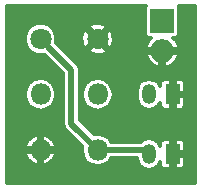
<source format=gbl>
G04 #@! TF.FileFunction,Copper,L2,Bot,Signal*
%FSLAX46Y46*%
G04 Gerber Fmt 4.6, Leading zero omitted, Abs format (unit mm)*
G04 Created by KiCad (PCBNEW 4.0.7) date 06/06/18 08:15:27*
%MOMM*%
%LPD*%
G01*
G04 APERTURE LIST*
%ADD10C,0.100000*%
%ADD11O,1.800000X1.800000*%
%ADD12C,1.800000*%
%ADD13R,1.200000X1.700000*%
%ADD14O,1.200000X1.700000*%
%ADD15O,1.998980X1.998980*%
%ADD16R,1.998980X1.998980*%
%ADD17C,0.500000*%
%ADD18C,0.300000*%
G04 APERTURE END LIST*
D10*
D11*
X140400000Y-90000000D03*
D12*
X140400000Y-85300000D03*
D11*
X140400000Y-94700000D03*
D12*
X145230000Y-85300000D03*
D11*
X145230000Y-90000000D03*
X145230000Y-94700000D03*
D13*
X151600000Y-90000000D03*
D14*
X149600000Y-90000000D03*
D13*
X151600000Y-95050000D03*
D14*
X149600000Y-95050000D03*
D15*
X150700000Y-86300000D03*
D16*
X150700000Y-83760000D03*
D17*
X145230000Y-94700000D02*
X143000000Y-92470000D01*
X143000000Y-92470000D02*
X143000000Y-87900000D01*
X143000000Y-87900000D02*
X141299999Y-86199999D01*
X141299999Y-86199999D02*
X140400000Y-85300000D01*
X145230000Y-94700000D02*
X149250000Y-94700000D01*
X149250000Y-94700000D02*
X149600000Y-95050000D01*
D18*
G36*
X149277842Y-82582005D02*
X149241694Y-82760510D01*
X149241694Y-84759490D01*
X149273072Y-84926250D01*
X149371627Y-85079409D01*
X149522005Y-85182158D01*
X149700510Y-85218306D01*
X149777252Y-85218306D01*
X149549107Y-85418808D01*
X149299496Y-85926312D01*
X149370781Y-86150000D01*
X150550000Y-86150000D01*
X150550000Y-86130000D01*
X150850000Y-86130000D01*
X150850000Y-86150000D01*
X152029219Y-86150000D01*
X152100504Y-85926312D01*
X151850893Y-85418808D01*
X151622748Y-85218306D01*
X151699490Y-85218306D01*
X151866250Y-85186928D01*
X152019409Y-85088373D01*
X152122158Y-84937995D01*
X152158306Y-84759490D01*
X152158306Y-82760510D01*
X152126928Y-82593750D01*
X152082689Y-82525000D01*
X153475000Y-82525000D01*
X153475000Y-97475000D01*
X137525000Y-97475000D01*
X137525000Y-95058034D01*
X139098330Y-95058034D01*
X139334427Y-95528908D01*
X139732748Y-95873588D01*
X140041968Y-96001658D01*
X140250000Y-95928375D01*
X140250000Y-94850000D01*
X140550000Y-94850000D01*
X140550000Y-95928375D01*
X140758032Y-96001658D01*
X141067252Y-95873588D01*
X141465573Y-95528908D01*
X141701670Y-95058034D01*
X141629153Y-94850000D01*
X140550000Y-94850000D01*
X140250000Y-94850000D01*
X139170847Y-94850000D01*
X139098330Y-95058034D01*
X137525000Y-95058034D01*
X137525000Y-94341966D01*
X139098330Y-94341966D01*
X139170847Y-94550000D01*
X140250000Y-94550000D01*
X140250000Y-93471625D01*
X140550000Y-93471625D01*
X140550000Y-94550000D01*
X141629153Y-94550000D01*
X141701670Y-94341966D01*
X141465573Y-93871092D01*
X141067252Y-93526412D01*
X140758032Y-93398342D01*
X140550000Y-93471625D01*
X140250000Y-93471625D01*
X140041968Y-93398342D01*
X139732748Y-93526412D01*
X139334427Y-93871092D01*
X139098330Y-94341966D01*
X137525000Y-94341966D01*
X137525000Y-89973552D01*
X139050000Y-89973552D01*
X139050000Y-90026448D01*
X139152763Y-90543071D01*
X139445406Y-90981042D01*
X139883377Y-91273685D01*
X140400000Y-91376448D01*
X140916623Y-91273685D01*
X141354594Y-90981042D01*
X141647237Y-90543071D01*
X141750000Y-90026448D01*
X141750000Y-89973552D01*
X141647237Y-89456929D01*
X141354594Y-89018958D01*
X140916623Y-88726315D01*
X140400000Y-88623552D01*
X139883377Y-88726315D01*
X139445406Y-89018958D01*
X139152763Y-89456929D01*
X139050000Y-89973552D01*
X137525000Y-89973552D01*
X137525000Y-85567353D01*
X139049766Y-85567353D01*
X139254858Y-86063715D01*
X139634288Y-86443807D01*
X140130290Y-86649765D01*
X140667353Y-86650234D01*
X140733113Y-86623063D01*
X140805024Y-86694974D01*
X142300000Y-88189949D01*
X142300000Y-92470000D01*
X142353284Y-92737879D01*
X142505025Y-92964975D01*
X143935348Y-94395298D01*
X143880000Y-94673552D01*
X143880000Y-94726448D01*
X143982763Y-95243071D01*
X144275406Y-95681042D01*
X144713377Y-95973685D01*
X145230000Y-96076448D01*
X145746623Y-95973685D01*
X146184594Y-95681042D01*
X146372380Y-95400000D01*
X148564825Y-95400000D01*
X148629926Y-95727287D01*
X148857538Y-96067931D01*
X149198182Y-96295543D01*
X149600000Y-96375469D01*
X150001818Y-96295543D01*
X150342462Y-96067931D01*
X150550000Y-95757330D01*
X150550000Y-95989510D01*
X150618508Y-96154904D01*
X150745095Y-96281491D01*
X150910489Y-96350000D01*
X151337500Y-96350000D01*
X151450000Y-96237500D01*
X151450000Y-95200000D01*
X151750000Y-95200000D01*
X151750000Y-96237500D01*
X151862500Y-96350000D01*
X152289511Y-96350000D01*
X152454905Y-96281491D01*
X152581492Y-96154904D01*
X152650000Y-95989510D01*
X152650000Y-95312500D01*
X152537500Y-95200000D01*
X151750000Y-95200000D01*
X151450000Y-95200000D01*
X151430000Y-95200000D01*
X151430000Y-94900000D01*
X151450000Y-94900000D01*
X151450000Y-93862500D01*
X151750000Y-93862500D01*
X151750000Y-94900000D01*
X152537500Y-94900000D01*
X152650000Y-94787500D01*
X152650000Y-94110490D01*
X152581492Y-93945096D01*
X152454905Y-93818509D01*
X152289511Y-93750000D01*
X151862500Y-93750000D01*
X151750000Y-93862500D01*
X151450000Y-93862500D01*
X151337500Y-93750000D01*
X150910489Y-93750000D01*
X150745095Y-93818509D01*
X150618508Y-93945096D01*
X150550000Y-94110490D01*
X150550000Y-94342670D01*
X150342462Y-94032069D01*
X150001818Y-93804457D01*
X149600000Y-93724531D01*
X149198182Y-93804457D01*
X148905532Y-94000000D01*
X146372380Y-94000000D01*
X146184594Y-93718958D01*
X145746623Y-93426315D01*
X145230000Y-93323552D01*
X144907626Y-93387676D01*
X143700000Y-92180050D01*
X143700000Y-89973552D01*
X143880000Y-89973552D01*
X143880000Y-90026448D01*
X143982763Y-90543071D01*
X144275406Y-90981042D01*
X144713377Y-91273685D01*
X145230000Y-91376448D01*
X145746623Y-91273685D01*
X146184594Y-90981042D01*
X146477237Y-90543071D01*
X146580000Y-90026448D01*
X146580000Y-89973552D01*
X146530467Y-89724531D01*
X148550000Y-89724531D01*
X148550000Y-90275469D01*
X148629926Y-90677287D01*
X148857538Y-91017931D01*
X149198182Y-91245543D01*
X149600000Y-91325469D01*
X150001818Y-91245543D01*
X150342462Y-91017931D01*
X150550000Y-90707330D01*
X150550000Y-90939510D01*
X150618508Y-91104904D01*
X150745095Y-91231491D01*
X150910489Y-91300000D01*
X151337500Y-91300000D01*
X151450000Y-91187500D01*
X151450000Y-90150000D01*
X151750000Y-90150000D01*
X151750000Y-91187500D01*
X151862500Y-91300000D01*
X152289511Y-91300000D01*
X152454905Y-91231491D01*
X152581492Y-91104904D01*
X152650000Y-90939510D01*
X152650000Y-90262500D01*
X152537500Y-90150000D01*
X151750000Y-90150000D01*
X151450000Y-90150000D01*
X151430000Y-90150000D01*
X151430000Y-89850000D01*
X151450000Y-89850000D01*
X151450000Y-88812500D01*
X151750000Y-88812500D01*
X151750000Y-89850000D01*
X152537500Y-89850000D01*
X152650000Y-89737500D01*
X152650000Y-89060490D01*
X152581492Y-88895096D01*
X152454905Y-88768509D01*
X152289511Y-88700000D01*
X151862500Y-88700000D01*
X151750000Y-88812500D01*
X151450000Y-88812500D01*
X151337500Y-88700000D01*
X150910489Y-88700000D01*
X150745095Y-88768509D01*
X150618508Y-88895096D01*
X150550000Y-89060490D01*
X150550000Y-89292670D01*
X150342462Y-88982069D01*
X150001818Y-88754457D01*
X149600000Y-88674531D01*
X149198182Y-88754457D01*
X148857538Y-88982069D01*
X148629926Y-89322713D01*
X148550000Y-89724531D01*
X146530467Y-89724531D01*
X146477237Y-89456929D01*
X146184594Y-89018958D01*
X145746623Y-88726315D01*
X145230000Y-88623552D01*
X144713377Y-88726315D01*
X144275406Y-89018958D01*
X143982763Y-89456929D01*
X143880000Y-89973552D01*
X143700000Y-89973552D01*
X143700000Y-87900000D01*
X143646716Y-87632122D01*
X143494975Y-87405025D01*
X143494972Y-87405023D01*
X142763638Y-86673688D01*
X149299496Y-86673688D01*
X149549107Y-87181192D01*
X149973931Y-87554543D01*
X150326314Y-87700493D01*
X150550000Y-87628549D01*
X150550000Y-86450000D01*
X150850000Y-86450000D01*
X150850000Y-87628549D01*
X151073686Y-87700493D01*
X151426069Y-87554543D01*
X151850893Y-87181192D01*
X152100504Y-86673688D01*
X152029219Y-86450000D01*
X150850000Y-86450000D01*
X150550000Y-86450000D01*
X149370781Y-86450000D01*
X149299496Y-86673688D01*
X142763638Y-86673688D01*
X142383446Y-86293496D01*
X144448636Y-86293496D01*
X144547116Y-86495105D01*
X145056444Y-86665462D01*
X145592196Y-86627939D01*
X145912884Y-86495105D01*
X146011364Y-86293496D01*
X145230000Y-85512132D01*
X144448636Y-86293496D01*
X142383446Y-86293496D01*
X141794974Y-85705024D01*
X141723328Y-85633378D01*
X141749765Y-85569710D01*
X141750152Y-85126444D01*
X143864538Y-85126444D01*
X143902061Y-85662196D01*
X144034895Y-85982884D01*
X144236504Y-86081364D01*
X145017868Y-85300000D01*
X145442132Y-85300000D01*
X146223496Y-86081364D01*
X146425105Y-85982884D01*
X146595462Y-85473556D01*
X146557939Y-84937804D01*
X146425105Y-84617116D01*
X146223496Y-84518636D01*
X145442132Y-85300000D01*
X145017868Y-85300000D01*
X144236504Y-84518636D01*
X144034895Y-84617116D01*
X143864538Y-85126444D01*
X141750152Y-85126444D01*
X141750234Y-85032647D01*
X141545142Y-84536285D01*
X141315762Y-84306504D01*
X144448636Y-84306504D01*
X145230000Y-85087868D01*
X146011364Y-84306504D01*
X145912884Y-84104895D01*
X145403556Y-83934538D01*
X144867804Y-83972061D01*
X144547116Y-84104895D01*
X144448636Y-84306504D01*
X141315762Y-84306504D01*
X141165712Y-84156193D01*
X140669710Y-83950235D01*
X140132647Y-83949766D01*
X139636285Y-84154858D01*
X139256193Y-84534288D01*
X139050235Y-85030290D01*
X139049766Y-85567353D01*
X137525000Y-85567353D01*
X137525000Y-82525000D01*
X149316792Y-82525000D01*
X149277842Y-82582005D01*
X149277842Y-82582005D01*
G37*
X149277842Y-82582005D02*
X149241694Y-82760510D01*
X149241694Y-84759490D01*
X149273072Y-84926250D01*
X149371627Y-85079409D01*
X149522005Y-85182158D01*
X149700510Y-85218306D01*
X149777252Y-85218306D01*
X149549107Y-85418808D01*
X149299496Y-85926312D01*
X149370781Y-86150000D01*
X150550000Y-86150000D01*
X150550000Y-86130000D01*
X150850000Y-86130000D01*
X150850000Y-86150000D01*
X152029219Y-86150000D01*
X152100504Y-85926312D01*
X151850893Y-85418808D01*
X151622748Y-85218306D01*
X151699490Y-85218306D01*
X151866250Y-85186928D01*
X152019409Y-85088373D01*
X152122158Y-84937995D01*
X152158306Y-84759490D01*
X152158306Y-82760510D01*
X152126928Y-82593750D01*
X152082689Y-82525000D01*
X153475000Y-82525000D01*
X153475000Y-97475000D01*
X137525000Y-97475000D01*
X137525000Y-95058034D01*
X139098330Y-95058034D01*
X139334427Y-95528908D01*
X139732748Y-95873588D01*
X140041968Y-96001658D01*
X140250000Y-95928375D01*
X140250000Y-94850000D01*
X140550000Y-94850000D01*
X140550000Y-95928375D01*
X140758032Y-96001658D01*
X141067252Y-95873588D01*
X141465573Y-95528908D01*
X141701670Y-95058034D01*
X141629153Y-94850000D01*
X140550000Y-94850000D01*
X140250000Y-94850000D01*
X139170847Y-94850000D01*
X139098330Y-95058034D01*
X137525000Y-95058034D01*
X137525000Y-94341966D01*
X139098330Y-94341966D01*
X139170847Y-94550000D01*
X140250000Y-94550000D01*
X140250000Y-93471625D01*
X140550000Y-93471625D01*
X140550000Y-94550000D01*
X141629153Y-94550000D01*
X141701670Y-94341966D01*
X141465573Y-93871092D01*
X141067252Y-93526412D01*
X140758032Y-93398342D01*
X140550000Y-93471625D01*
X140250000Y-93471625D01*
X140041968Y-93398342D01*
X139732748Y-93526412D01*
X139334427Y-93871092D01*
X139098330Y-94341966D01*
X137525000Y-94341966D01*
X137525000Y-89973552D01*
X139050000Y-89973552D01*
X139050000Y-90026448D01*
X139152763Y-90543071D01*
X139445406Y-90981042D01*
X139883377Y-91273685D01*
X140400000Y-91376448D01*
X140916623Y-91273685D01*
X141354594Y-90981042D01*
X141647237Y-90543071D01*
X141750000Y-90026448D01*
X141750000Y-89973552D01*
X141647237Y-89456929D01*
X141354594Y-89018958D01*
X140916623Y-88726315D01*
X140400000Y-88623552D01*
X139883377Y-88726315D01*
X139445406Y-89018958D01*
X139152763Y-89456929D01*
X139050000Y-89973552D01*
X137525000Y-89973552D01*
X137525000Y-85567353D01*
X139049766Y-85567353D01*
X139254858Y-86063715D01*
X139634288Y-86443807D01*
X140130290Y-86649765D01*
X140667353Y-86650234D01*
X140733113Y-86623063D01*
X140805024Y-86694974D01*
X142300000Y-88189949D01*
X142300000Y-92470000D01*
X142353284Y-92737879D01*
X142505025Y-92964975D01*
X143935348Y-94395298D01*
X143880000Y-94673552D01*
X143880000Y-94726448D01*
X143982763Y-95243071D01*
X144275406Y-95681042D01*
X144713377Y-95973685D01*
X145230000Y-96076448D01*
X145746623Y-95973685D01*
X146184594Y-95681042D01*
X146372380Y-95400000D01*
X148564825Y-95400000D01*
X148629926Y-95727287D01*
X148857538Y-96067931D01*
X149198182Y-96295543D01*
X149600000Y-96375469D01*
X150001818Y-96295543D01*
X150342462Y-96067931D01*
X150550000Y-95757330D01*
X150550000Y-95989510D01*
X150618508Y-96154904D01*
X150745095Y-96281491D01*
X150910489Y-96350000D01*
X151337500Y-96350000D01*
X151450000Y-96237500D01*
X151450000Y-95200000D01*
X151750000Y-95200000D01*
X151750000Y-96237500D01*
X151862500Y-96350000D01*
X152289511Y-96350000D01*
X152454905Y-96281491D01*
X152581492Y-96154904D01*
X152650000Y-95989510D01*
X152650000Y-95312500D01*
X152537500Y-95200000D01*
X151750000Y-95200000D01*
X151450000Y-95200000D01*
X151430000Y-95200000D01*
X151430000Y-94900000D01*
X151450000Y-94900000D01*
X151450000Y-93862500D01*
X151750000Y-93862500D01*
X151750000Y-94900000D01*
X152537500Y-94900000D01*
X152650000Y-94787500D01*
X152650000Y-94110490D01*
X152581492Y-93945096D01*
X152454905Y-93818509D01*
X152289511Y-93750000D01*
X151862500Y-93750000D01*
X151750000Y-93862500D01*
X151450000Y-93862500D01*
X151337500Y-93750000D01*
X150910489Y-93750000D01*
X150745095Y-93818509D01*
X150618508Y-93945096D01*
X150550000Y-94110490D01*
X150550000Y-94342670D01*
X150342462Y-94032069D01*
X150001818Y-93804457D01*
X149600000Y-93724531D01*
X149198182Y-93804457D01*
X148905532Y-94000000D01*
X146372380Y-94000000D01*
X146184594Y-93718958D01*
X145746623Y-93426315D01*
X145230000Y-93323552D01*
X144907626Y-93387676D01*
X143700000Y-92180050D01*
X143700000Y-89973552D01*
X143880000Y-89973552D01*
X143880000Y-90026448D01*
X143982763Y-90543071D01*
X144275406Y-90981042D01*
X144713377Y-91273685D01*
X145230000Y-91376448D01*
X145746623Y-91273685D01*
X146184594Y-90981042D01*
X146477237Y-90543071D01*
X146580000Y-90026448D01*
X146580000Y-89973552D01*
X146530467Y-89724531D01*
X148550000Y-89724531D01*
X148550000Y-90275469D01*
X148629926Y-90677287D01*
X148857538Y-91017931D01*
X149198182Y-91245543D01*
X149600000Y-91325469D01*
X150001818Y-91245543D01*
X150342462Y-91017931D01*
X150550000Y-90707330D01*
X150550000Y-90939510D01*
X150618508Y-91104904D01*
X150745095Y-91231491D01*
X150910489Y-91300000D01*
X151337500Y-91300000D01*
X151450000Y-91187500D01*
X151450000Y-90150000D01*
X151750000Y-90150000D01*
X151750000Y-91187500D01*
X151862500Y-91300000D01*
X152289511Y-91300000D01*
X152454905Y-91231491D01*
X152581492Y-91104904D01*
X152650000Y-90939510D01*
X152650000Y-90262500D01*
X152537500Y-90150000D01*
X151750000Y-90150000D01*
X151450000Y-90150000D01*
X151430000Y-90150000D01*
X151430000Y-89850000D01*
X151450000Y-89850000D01*
X151450000Y-88812500D01*
X151750000Y-88812500D01*
X151750000Y-89850000D01*
X152537500Y-89850000D01*
X152650000Y-89737500D01*
X152650000Y-89060490D01*
X152581492Y-88895096D01*
X152454905Y-88768509D01*
X152289511Y-88700000D01*
X151862500Y-88700000D01*
X151750000Y-88812500D01*
X151450000Y-88812500D01*
X151337500Y-88700000D01*
X150910489Y-88700000D01*
X150745095Y-88768509D01*
X150618508Y-88895096D01*
X150550000Y-89060490D01*
X150550000Y-89292670D01*
X150342462Y-88982069D01*
X150001818Y-88754457D01*
X149600000Y-88674531D01*
X149198182Y-88754457D01*
X148857538Y-88982069D01*
X148629926Y-89322713D01*
X148550000Y-89724531D01*
X146530467Y-89724531D01*
X146477237Y-89456929D01*
X146184594Y-89018958D01*
X145746623Y-88726315D01*
X145230000Y-88623552D01*
X144713377Y-88726315D01*
X144275406Y-89018958D01*
X143982763Y-89456929D01*
X143880000Y-89973552D01*
X143700000Y-89973552D01*
X143700000Y-87900000D01*
X143646716Y-87632122D01*
X143494975Y-87405025D01*
X143494972Y-87405023D01*
X142763638Y-86673688D01*
X149299496Y-86673688D01*
X149549107Y-87181192D01*
X149973931Y-87554543D01*
X150326314Y-87700493D01*
X150550000Y-87628549D01*
X150550000Y-86450000D01*
X150850000Y-86450000D01*
X150850000Y-87628549D01*
X151073686Y-87700493D01*
X151426069Y-87554543D01*
X151850893Y-87181192D01*
X152100504Y-86673688D01*
X152029219Y-86450000D01*
X150850000Y-86450000D01*
X150550000Y-86450000D01*
X149370781Y-86450000D01*
X149299496Y-86673688D01*
X142763638Y-86673688D01*
X142383446Y-86293496D01*
X144448636Y-86293496D01*
X144547116Y-86495105D01*
X145056444Y-86665462D01*
X145592196Y-86627939D01*
X145912884Y-86495105D01*
X146011364Y-86293496D01*
X145230000Y-85512132D01*
X144448636Y-86293496D01*
X142383446Y-86293496D01*
X141794974Y-85705024D01*
X141723328Y-85633378D01*
X141749765Y-85569710D01*
X141750152Y-85126444D01*
X143864538Y-85126444D01*
X143902061Y-85662196D01*
X144034895Y-85982884D01*
X144236504Y-86081364D01*
X145017868Y-85300000D01*
X145442132Y-85300000D01*
X146223496Y-86081364D01*
X146425105Y-85982884D01*
X146595462Y-85473556D01*
X146557939Y-84937804D01*
X146425105Y-84617116D01*
X146223496Y-84518636D01*
X145442132Y-85300000D01*
X145017868Y-85300000D01*
X144236504Y-84518636D01*
X144034895Y-84617116D01*
X143864538Y-85126444D01*
X141750152Y-85126444D01*
X141750234Y-85032647D01*
X141545142Y-84536285D01*
X141315762Y-84306504D01*
X144448636Y-84306504D01*
X145230000Y-85087868D01*
X146011364Y-84306504D01*
X145912884Y-84104895D01*
X145403556Y-83934538D01*
X144867804Y-83972061D01*
X144547116Y-84104895D01*
X144448636Y-84306504D01*
X141315762Y-84306504D01*
X141165712Y-84156193D01*
X140669710Y-83950235D01*
X140132647Y-83949766D01*
X139636285Y-84154858D01*
X139256193Y-84534288D01*
X139050235Y-85030290D01*
X139049766Y-85567353D01*
X137525000Y-85567353D01*
X137525000Y-82525000D01*
X149316792Y-82525000D01*
X149277842Y-82582005D01*
M02*

</source>
